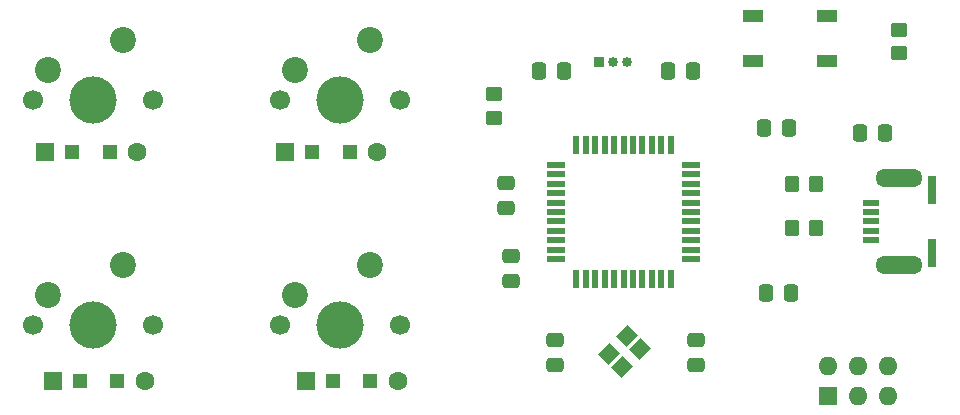
<source format=gbr>
%TF.GenerationSoftware,KiCad,Pcbnew,7.0.1*%
%TF.CreationDate,2023-04-28T17:46:53+02:00*%
%TF.ProjectId,4_switch_pcb,345f7377-6974-4636-985f-7063622e6b69,rev?*%
%TF.SameCoordinates,Original*%
%TF.FileFunction,Soldermask,Bot*%
%TF.FilePolarity,Negative*%
%FSLAX46Y46*%
G04 Gerber Fmt 4.6, Leading zero omitted, Abs format (unit mm)*
G04 Created by KiCad (PCBNEW 7.0.1) date 2023-04-28 17:46:53*
%MOMM*%
%LPD*%
G01*
G04 APERTURE LIST*
G04 Aperture macros list*
%AMRoundRect*
0 Rectangle with rounded corners*
0 $1 Rounding radius*
0 $2 $3 $4 $5 $6 $7 $8 $9 X,Y pos of 4 corners*
0 Add a 4 corners polygon primitive as box body*
4,1,4,$2,$3,$4,$5,$6,$7,$8,$9,$2,$3,0*
0 Add four circle primitives for the rounded corners*
1,1,$1+$1,$2,$3*
1,1,$1+$1,$4,$5*
1,1,$1+$1,$6,$7*
1,1,$1+$1,$8,$9*
0 Add four rect primitives between the rounded corners*
20,1,$1+$1,$2,$3,$4,$5,0*
20,1,$1+$1,$4,$5,$6,$7,0*
20,1,$1+$1,$6,$7,$8,$9,0*
20,1,$1+$1,$8,$9,$2,$3,0*%
%AMRotRect*
0 Rectangle, with rotation*
0 The origin of the aperture is its center*
0 $1 length*
0 $2 width*
0 $3 Rotation angle, in degrees counterclockwise*
0 Add horizontal line*
21,1,$1,$2,0,0,$3*%
G04 Aperture macros list end*
%ADD10C,1.700000*%
%ADD11C,4.000000*%
%ADD12C,2.200000*%
%ADD13R,1.600000X1.600000*%
%ADD14R,1.200000X1.200000*%
%ADD15C,1.600000*%
%ADD16RoundRect,0.250000X0.450000X-0.350000X0.450000X0.350000X-0.450000X0.350000X-0.450000X-0.350000X0*%
%ADD17RoundRect,0.250000X-0.337500X-0.475000X0.337500X-0.475000X0.337500X0.475000X-0.337500X0.475000X0*%
%ADD18RoundRect,0.250000X0.337500X0.475000X-0.337500X0.475000X-0.337500X-0.475000X0.337500X-0.475000X0*%
%ADD19RotRect,1.400000X1.200000X45.000000*%
%ADD20R,1.500000X0.550000*%
%ADD21R,0.550000X1.500000*%
%ADD22RoundRect,0.250000X-0.475000X0.337500X-0.475000X-0.337500X0.475000X-0.337500X0.475000X0.337500X0*%
%ADD23R,1.400000X0.500000*%
%ADD24O,4.000000X1.500000*%
%ADD25R,0.800000X2.350000*%
%ADD26R,1.700000X1.000000*%
%ADD27O,1.600000X1.600000*%
%ADD28RoundRect,0.250000X0.350000X0.450000X-0.350000X0.450000X-0.350000X-0.450000X0.350000X-0.450000X0*%
%ADD29R,0.850000X0.850000*%
%ADD30O,0.850000X0.850000*%
%ADD31RoundRect,0.250000X0.475000X-0.337500X0.475000X0.337500X-0.475000X0.337500X-0.475000X-0.337500X0*%
G04 APERTURE END LIST*
D10*
%TO.C,SW5*%
X111918750Y-85725000D03*
D11*
X116998750Y-85725000D03*
D10*
X122078750Y-85725000D03*
D12*
X119538750Y-80645000D03*
X113188750Y-83185000D03*
%TD*%
D10*
%TO.C,SW3*%
X132873750Y-85725000D03*
D11*
X137953750Y-85725000D03*
D10*
X143033750Y-85725000D03*
D12*
X140493750Y-80645000D03*
X134143750Y-83185000D03*
%TD*%
D10*
%TO.C,SW4*%
X111918750Y-66675000D03*
D11*
X116998750Y-66675000D03*
D10*
X122078750Y-66675000D03*
D12*
X119538750Y-61595000D03*
X113188750Y-64135000D03*
%TD*%
D10*
%TO.C,SW2*%
X132873750Y-66675000D03*
D11*
X137953750Y-66675000D03*
D10*
X143033750Y-66675000D03*
D12*
X140493750Y-61595000D03*
X134143750Y-64135000D03*
%TD*%
D13*
%TO.C,D3*%
X113587500Y-90487500D03*
D14*
X115912500Y-90487500D03*
X119062500Y-90487500D03*
D15*
X121387500Y-90487500D03*
%TD*%
D13*
%TO.C,D2*%
X112940000Y-71120000D03*
D14*
X115265000Y-71120000D03*
X118415000Y-71120000D03*
D15*
X120740000Y-71120000D03*
%TD*%
D16*
%TO.C,R2*%
X151000000Y-68250000D03*
X151000000Y-66250000D03*
%TD*%
D17*
%TO.C,C8*%
X181962500Y-69500000D03*
X184037500Y-69500000D03*
%TD*%
D18*
%TO.C,C9*%
X175906250Y-69056250D03*
X173831250Y-69056250D03*
%TD*%
D19*
%TO.C,X1*%
X160656497Y-88212132D03*
X163343503Y-87787868D03*
X161787868Y-89343503D03*
X162212132Y-86656497D03*
%TD*%
D20*
%TO.C,U1*%
X167625000Y-72200000D03*
X167625000Y-73000000D03*
X167625000Y-73800000D03*
X167625000Y-74600000D03*
X167625000Y-75400000D03*
X167625000Y-76200000D03*
X167625000Y-77000000D03*
X167625000Y-77800000D03*
X167625000Y-78600000D03*
X167625000Y-79400000D03*
X167625000Y-80200000D03*
D21*
X165925000Y-81900000D03*
X165125000Y-81900000D03*
X164325000Y-81900000D03*
X163525000Y-81900000D03*
X162725000Y-81900000D03*
X161925000Y-81900000D03*
X161125000Y-81900000D03*
X160325000Y-81900000D03*
X159525000Y-81900000D03*
X158725000Y-81900000D03*
X157925000Y-81900000D03*
D20*
X156225000Y-80200000D03*
X156225000Y-79400000D03*
X156225000Y-78600000D03*
X156225000Y-77800000D03*
X156225000Y-77000000D03*
X156225000Y-76200000D03*
X156225000Y-75400000D03*
X156225000Y-74600000D03*
X156225000Y-73800000D03*
X156225000Y-73000000D03*
X156225000Y-72200000D03*
D21*
X157925000Y-70500000D03*
X158725000Y-70500000D03*
X159525000Y-70500000D03*
X160325000Y-70500000D03*
X161125000Y-70500000D03*
X161925000Y-70500000D03*
X162725000Y-70500000D03*
X163525000Y-70500000D03*
X164325000Y-70500000D03*
X165125000Y-70500000D03*
X165925000Y-70500000D03*
%TD*%
D18*
%TO.C,C6*%
X167787500Y-64293750D03*
X165712500Y-64293750D03*
%TD*%
D22*
%TO.C,C1*%
X168068750Y-87068750D03*
X168068750Y-89143750D03*
%TD*%
D16*
%TO.C,R1*%
X185250000Y-62750000D03*
X185250000Y-60750000D03*
%TD*%
D23*
%TO.C,J1*%
X182880000Y-75400000D03*
X182880000Y-76200000D03*
X182880000Y-77000000D03*
X182880000Y-77800000D03*
X182880000Y-78600000D03*
D24*
X185280000Y-73350000D03*
D25*
X188080000Y-74325000D03*
X188080000Y-79675000D03*
D24*
X185280000Y-80650000D03*
%TD*%
D26*
%TO.C,SW1*%
X179150000Y-59600000D03*
X172850000Y-59600000D03*
X179150000Y-63400000D03*
X172850000Y-63400000D03*
%TD*%
D22*
%TO.C,C2*%
X156162500Y-87068750D03*
X156162500Y-89143750D03*
%TD*%
D27*
%TO.C,J2*%
X179210000Y-89210000D03*
D13*
X179210000Y-91750000D03*
D27*
X181750000Y-89210000D03*
X181750000Y-91750000D03*
X184290000Y-89210000D03*
X184290000Y-91750000D03*
%TD*%
D28*
%TO.C,R4*%
X178212500Y-73818750D03*
X176212500Y-73818750D03*
%TD*%
D18*
%TO.C,C3*%
X176081250Y-83081250D03*
X174006250Y-83081250D03*
%TD*%
D13*
%TO.C,D4*%
X135018750Y-90487500D03*
D14*
X137343750Y-90487500D03*
X140493750Y-90487500D03*
D15*
X142818750Y-90487500D03*
%TD*%
D29*
%TO.C,J3*%
X159842000Y-63510000D03*
D30*
X161052000Y-63500000D03*
X162252000Y-63500000D03*
%TD*%
D28*
%TO.C,R3*%
X178212500Y-77568750D03*
X176212500Y-77568750D03*
%TD*%
D22*
%TO.C,C7*%
X152400000Y-79925000D03*
X152400000Y-82000000D03*
%TD*%
D31*
%TO.C,C4*%
X152000000Y-75825000D03*
X152000000Y-73750000D03*
%TD*%
D18*
%TO.C,C5*%
X156856250Y-64293750D03*
X154781250Y-64293750D03*
%TD*%
D13*
%TO.C,D1*%
X133260000Y-71120000D03*
D14*
X135585000Y-71120000D03*
X138735000Y-71120000D03*
D15*
X141060000Y-71120000D03*
%TD*%
M02*

</source>
